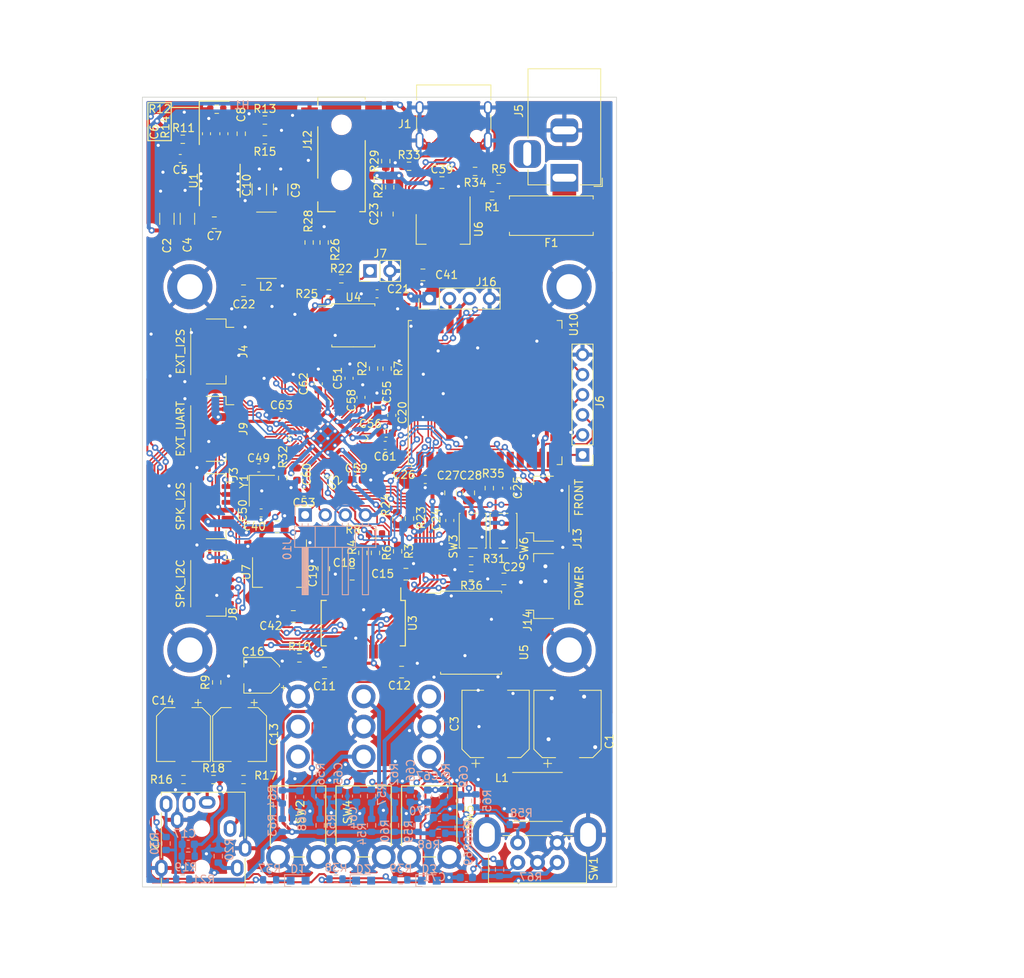
<source format=kicad_pcb>
(kicad_pcb (version 20211014) (generator pcbnew)

  (general
    (thickness 1.6)
  )

  (paper "A4")
  (layers
    (0 "F.Cu" signal)
    (31 "B.Cu" signal)
    (32 "B.Adhes" user "B.Adhesive")
    (33 "F.Adhes" user "F.Adhesive")
    (34 "B.Paste" user)
    (35 "F.Paste" user)
    (36 "B.SilkS" user "B.Silkscreen")
    (37 "F.SilkS" user "F.Silkscreen")
    (38 "B.Mask" user)
    (39 "F.Mask" user)
    (40 "Dwgs.User" user "User.Drawings")
    (41 "Cmts.User" user "User.Comments")
    (42 "Eco1.User" user "User.Eco1")
    (43 "Eco2.User" user "User.Eco2")
    (44 "Edge.Cuts" user)
    (45 "Margin" user)
    (46 "B.CrtYd" user "B.Courtyard")
    (47 "F.CrtYd" user "F.Courtyard")
    (48 "B.Fab" user)
    (49 "F.Fab" user)
  )

  (setup
    (stackup
      (layer "F.SilkS" (type "Top Silk Screen"))
      (layer "F.Paste" (type "Top Solder Paste"))
      (layer "F.Mask" (type "Top Solder Mask") (color "Green") (thickness 0.01))
      (layer "F.Cu" (type "copper") (thickness 0.035))
      (layer "dielectric 1" (type "core") (thickness 1.51) (material "FR4") (epsilon_r 4.5) (loss_tangent 0.02))
      (layer "B.Cu" (type "copper") (thickness 0.035))
      (layer "B.Mask" (type "Bottom Solder Mask") (color "Green") (thickness 0.01))
      (layer "B.Paste" (type "Bottom Solder Paste"))
      (layer "B.SilkS" (type "Bottom Silk Screen"))
      (copper_finish "None")
      (dielectric_constraints no)
    )
    (pad_to_mask_clearance 0)
    (pcbplotparams
      (layerselection 0x00010fc_ffffffff)
      (disableapertmacros false)
      (usegerberextensions false)
      (usegerberattributes true)
      (usegerberadvancedattributes true)
      (creategerberjobfile true)
      (svguseinch false)
      (svgprecision 6)
      (excludeedgelayer true)
      (plotframeref false)
      (viasonmask false)
      (mode 1)
      (useauxorigin false)
      (hpglpennumber 1)
      (hpglpenspeed 20)
      (hpglpendiameter 15.000000)
      (dxfpolygonmode true)
      (dxfimperialunits true)
      (dxfusepcbnewfont true)
      (psnegative false)
      (psa4output false)
      (plotreference true)
      (plotvalue true)
      (plotinvisibletext false)
      (sketchpadsonfab false)
      (subtractmaskfromsilk false)
      (outputformat 1)
      (mirror false)
      (drillshape 1)
      (scaleselection 1)
      (outputdirectory "")
    )
  )

  (net 0 "")
  (net 1 "/Power Supply/19V_ANALOG")
  (net 2 "/Processor/~{RST}")
  (net 3 "/Processor/SWCLK")
  (net 4 "/Front/MIC2")
  (net 5 "/Front/MIC1")
  (net 6 "+5V")
  (net 7 "/Processor/SWDIO")
  (net 8 "/Front/BT2")
  (net 9 "/Front/BT1")
  (net 10 "GND")
  (net 11 "Net-(R58-Pad2)")
  (net 12 "Net-(R59-Pad2)")
  (net 13 "/Front/PWR")
  (net 14 "Net-(C1-Pad1)")
  (net 15 "/Front/ENC_SW")
  (net 16 "Net-(C5-Pad1)")
  (net 17 "Net-(C6-Pad1)")
  (net 18 "Net-(C7-Pad1)")
  (net 19 "Net-(C7-Pad2)")
  (net 20 "Net-(C8-Pad1)")
  (net 21 "+3.3VA")
  (net 22 "Net-(F1-Pad2)")
  (net 23 "/Front/ENC_A")
  (net 24 "/Front/ENC_B")
  (net 25 "Net-(R11-Pad1)")
  (net 26 "Net-(R13-Pad1)")
  (net 27 "+3V3")
  (net 28 "Net-(C22-Pad1)")
  (net 29 "Net-(C50-Pad2)")
  (net 30 "Net-(R52-Pad2)")
  (net 31 "Net-(R54-Pad2)")
  (net 32 "Net-(C23-Pad1)")
  (net 33 "Net-(R60-Pad2)")
  (net 34 "Net-(R63-Pad2)")
  (net 35 "Net-(R66-Pad2)")
  (net 36 "Net-(R67-Pad2)")
  (net 37 "/Headphone Amplifier/HP_DETECT")
  (net 38 "Net-(C11-Pad1)")
  (net 39 "Net-(C13-Pad1)")
  (net 40 "Net-(C13-Pad2)")
  (net 41 "Net-(C14-Pad1)")
  (net 42 "Net-(C14-Pad2)")
  (net 43 "Net-(C16-Pad1)")
  (net 44 "Net-(C16-Pad2)")
  (net 45 "Net-(J2-PadR2)")
  (net 46 "Net-(J2-PadS)")
  (net 47 "Net-(R3-Pad2)")
  (net 48 "Net-(R4-Pad2)")
  (net 49 "Net-(R6-Pad2)")
  (net 50 "Net-(R8-Pad2)")
  (net 51 "Net-(R9-Pad2)")
  (net 52 "Net-(R10-Pad2)")
  (net 53 "+1V1")
  (net 54 "/Processor/USB_DETECT")
  (net 55 "/Processor/USB_DM")
  (net 56 "/Processor/USB_DP")
  (net 57 "Net-(U2-Pad51)")
  (net 58 "Net-(U2-Pad53)")
  (net 59 "Net-(U2-Pad54)")
  (net 60 "Net-(U2-Pad55)")
  (net 61 "Net-(J7-Pad1)")
  (net 62 "Net-(C49-Pad2)")
  (net 63 "Net-(U2-Pad52)")
  (net 64 "Net-(C22-Pad2)")
  (net 65 "Net-(C23-Pad2)")
  (net 66 "Net-(J12-PadR)")
  (net 67 "Net-(J12-PadT)")
  (net 68 "Net-(R22-Pad2)")
  (net 69 "Net-(J1-PadA4)")
  (net 70 "Net-(J1-PadA6)")
  (net 71 "Net-(J1-PadA7)")
  (net 72 "Net-(J1-PadA5)")
  (net 73 "Net-(J1-PadB5)")
  (net 74 "Net-(R32-Pad2)")
  (net 75 "unconnected-(J1-PadA8)")
  (net 76 "unconnected-(J1-PadB8)")
  (net 77 "unconnected-(J3-Pad3)")
  (net 78 "unconnected-(J5-Pad3)")
  (net 79 "unconnected-(J12-PadRN)")
  (net 80 "unconnected-(J12-PadTN)")
  (net 81 "/Processor/FRONT_SCL")
  (net 82 "/Processor/FRONT_SDA")
  (net 83 "/Processor/IR")
  (net 84 "/Headphone Amplifier/SDO")
  (net 85 "unconnected-(SW2-Pad1)")
  (net 86 "unconnected-(U3-Pad2)")
  (net 87 "/Headphone Amplifier/SDI")
  (net 88 "unconnected-(U3-Pad19)")
  (net 89 "unconnected-(U3-Pad20)")
  (net 90 "unconnected-(U3-Pad26)")
  (net 91 "unconnected-(U10-Pad4)")
  (net 92 "unconnected-(U10-Pad5)")
  (net 93 "unconnected-(U10-Pad6)")
  (net 94 "unconnected-(U10-Pad7)")
  (net 95 "unconnected-(U10-Pad8)")
  (net 96 "unconnected-(U10-Pad9)")
  (net 97 "unconnected-(U10-Pad10)")
  (net 98 "unconnected-(U10-Pad11)")
  (net 99 "unconnected-(U10-Pad12)")
  (net 100 "unconnected-(U10-Pad17)")
  (net 101 "unconnected-(U10-Pad18)")
  (net 102 "unconnected-(U10-Pad19)")
  (net 103 "unconnected-(U10-Pad20)")
  (net 104 "unconnected-(U10-Pad21)")
  (net 105 "unconnected-(U10-Pad22)")
  (net 106 "unconnected-(U10-Pad24)")
  (net 107 "unconnected-(U10-Pad25)")
  (net 108 "unconnected-(U10-Pad26)")
  (net 109 "unconnected-(U10-Pad29)")
  (net 110 "unconnected-(U10-Pad32)")
  (net 111 "/Wireless/~{RESET}")
  (net 112 "/Wireless/TDO")
  (net 113 "/Wireless/TCK")
  (net 114 "/Wireless/TDI")
  (net 115 "/Wireless/TMS")
  (net 116 "/Wireless/DEBUG_RXD")
  (net 117 "/Wireless/DEBUG_TXD")
  (net 118 "/Processor/WIFI_I2S_SDO")
  (net 119 "/Processor/WIFI_TX")
  (net 120 "/Processor/WIFI_RX")
  (net 121 "/Processor/WIFI_I2S_SDI")
  (net 122 "/Processor/SPK_SDO")
  (net 123 "/Processor/EXT_WS")
  (net 124 "/Processor/EXT_SDO")
  (net 125 "/Processor/EXT_SDI")
  (net 126 "/Processor/EXT_CK")
  (net 127 "/Processor/~{SPK_SD}")
  (net 128 "/Processor/~{SPK_FAULT}")
  (net 129 "/Headphone Amplifier/WS")
  (net 130 "/Processor/~{EXT_IRQ}")
  (net 131 "/Headphone Amplifier/MCLK")
  (net 132 "/Headphone Amplifier/CK")
  (net 133 "/Headphone Amplifier/SCL")
  (net 134 "/Headphone Amplifier/SDA")
  (net 135 "/Processor/~{IO_IRQ}")
  (net 136 "unconnected-(U2-Pad18)")
  (net 137 "Net-(D1-Pad1)")
  (net 138 "/Front/~{PWR_LED}")
  (net 139 "Net-(D2-Pad1)")
  (net 140 "/Front/~{MIC_LED}")
  (net 141 "Net-(D3-Pad1)")
  (net 142 "/Front/~{RADIO_LED}")
  (net 143 "unconnected-(U2-Pad7)")
  (net 144 "Net-(U2-Pad11)")

  (footprint "Resistor_SMD:R_0603_1608Metric" (layer "F.Cu") (at 219.25 42.5 180))

  (footprint "Resistor_SMD:R_0603_1608Metric" (layer "F.Cu") (at 220.1 40.4 180))

  (footprint "Resistor_SMD:R_0603_1608Metric" (layer "F.Cu") (at 205.966039 64.367379 90))

  (footprint "Resistor_SMD:R_0603_1608Metric" (layer "F.Cu") (at 204.255297 64.367379 90))

  (footprint "Package_SO:Diodes_SO-8EP" (layer "F.Cu") (at 184.79 40.57 90))

  (footprint "Connector_BarrelJack:BarrelJack_Horizontal" (layer "F.Cu") (at 228.4 40.2 -90))

  (footprint "Capacitor_SMD:C_0603_1608Metric" (layer "F.Cu") (at 179.79 37.77 180))

  (footprint "Capacitor_SMD:C_0805_2012Metric" (layer "F.Cu") (at 184.1 45.9 180))

  (footprint "Resistor_SMD:R_0603_1608Metric" (layer "F.Cu") (at 180.11 35.33 180))

  (footprint "Resistor_SMD:R_0603_1608Metric" (layer "F.Cu") (at 184.41 31.53 180))

  (footprint "Resistor_SMD:R_0603_1608Metric" (layer "F.Cu") (at 190.5 32.9))

  (footprint "Resistor_SMD:R_0603_1608Metric" (layer "F.Cu") (at 187.51 34.63 90))

  (footprint "Resistor_SMD:R_0603_1608Metric" (layer "F.Cu") (at 190.5 35.4))

  (footprint "Capacitor_SMD:CP_Elec_8x10" (layer "F.Cu") (at 228.8 109.365 90))

  (footprint "Capacitor_SMD:C_1206_3216Metric" (layer "F.Cu") (at 178.1 45.4 90))

  (footprint "Capacitor_SMD:CP_Elec_8x10" (layer "F.Cu") (at 219.7 109.3575 90))

  (footprint "Capacitor_SMD:C_1206_3216Metric" (layer "F.Cu") (at 180.7 45.4 90))

  (footprint "Inductor_SMD:L_Bourns-SRN8040_8x8.15mm" (layer "F.Cu") (at 190.7 48.75 180))

  (footprint "Inductor_SMD:L_Taiyo-Yuden_NR-60xx" (layer "F.Cu") (at 225 118.6))

  (footprint "Package_TO_SOT_SMD:SOT-223-3_TabPin2" (layer "F.Cu") (at 213.06 46.71 -90))

  (footprint "Button_Switch_SMD:SW_SPST_PTS810" (layer "F.Cu") (at 216.8 84.9 -90))

  (footprint "Resistor_SMD:R_0603_1608Metric" (layer "F.Cu") (at 202.9 87.7 -90))

  (footprint "Capacitor_SMD:C_0603_1608Metric" (layer "F.Cu") (at 213.9 83.6 90))

  (footprint "Capacitor_SMD:C_0805_2012Metric" (layer "F.Cu") (at 212.91 40.81))

  (footprint "HackAmp-Footprints:Jack_3.5mm_Switchcraft_35RASMT4BHNTRX_Horizontal" (layer "F.Cu") (at 200.2 37))

  (footprint "Capacitor_SMD:CP_Elec_4x5.4" (layer "F.Cu") (at 190.1 103.2 180))

  (footprint "Resistor_SMD:R_0603_1608Metric" (layer "F.Cu") (at 184 116.4))

  (footprint "Resistor_SMD:R_0603_1608Metric" (layer "F.Cu") (at 204.5 87.7 -90))

  (footprint "Resistor_SMD:R_0603_1608Metric" (layer "F.Cu") (at 208.75 38.75))

  (footprint "Connector_JST:JST_SH_SM06B-SRSS-TB_1x06-1MP_P1.00mm_Horizontal" (layer "F.Cu") (at 226.3 91.9 90))

  (footprint "Package_SO:SOIC-8_5.23x5.23mm_P1.27mm" (layer "F.Cu") (at 201.694641 58.895481))

  (footprint "Connector_JST:JST_SH_SM06B-SRSS-TB_1x06-1MP_P1.00mm_Horizontal" (layer "F.Cu") (at 226.3 82.1 90))

  (footprint "Capacitor_SMD:C_0603_1608Metric" (layer "F.Cu") (at 201.155297 65.592379 90))

  (footprint "Capacitor_SMD:C_0603_1608Metric" (layer "F.Cu") (at 221.1 79.5 -90))

  (footprint "Connector_JST:JST_SH_SM06B-SRSS-TB_1x06-1MP_P1.00mm_Horizontal" (layer "F.Cu") (at 183.8 62.2 -90))

  (footprint "Capacitor_SMD:CP_Elec_6.3x7.7" (layer "F.Cu") (at 180.2 110.7 -90))

  (footprint "Resistor_SMD:R_0603_1608Metric" (layer "F.Cu") (at 198.594641 54.895481 180))

  (footprint "Capacitor_SMD:C_1206_3216Metric" (layer "F.Cu") (at 189.8 41.7 90))

  (footprint "Capacitor_SMD:C_0603_1608Metric" (layer "F.Cu") (at 204.755297 69.192379 90))

  (footprint "Package_SO:SSOP-28_5.3x10.2mm_P0.65mm" (layer "F.Cu") (at 202.95 96.6 -90))

  (footprint "Capacitor_SMD:CP_Elec_6.3x7.7" (layer "F.Cu") (at 187.3 110.7 -90))

  (footprint "Resistor_SMD:R_0603_1608Metric" (layer "F.Cu") (at 205.8 38.1 90))

  (footprint "HackAmp-Footprints:SW_Lever_1P2T_E-Switch_SP1T2B4M7QE" (layer "F.Cu") (at 194.7 113.5))

  (footprint "Resistor_SMD:R_0603_1608Metric" (layer "F.Cu") (at 198 48.4 90))

  (footprint "Capacitor_SMD:C_1206_3216Metric" (layer "F.Cu") (at 192.5 41.7 90))

  (footprint "Capacitor_SMD:C_0603_1608Metric" (layer "F.Cu") (at 194.555297 77.725 -90))

  (footprint "MCU_RaspberryPi_and_Boards:RP2040-QFN-56" (layer "F.Cu")
    (tedit 5EF32B43) (tstamp 60164efe-4275-48d1-ad58-9446f46427bf)
    (at 198.466039 73.192379 -45)
    (descr "QFN, 56 Pin (http://www.cypress.com/file/416486/download#page=40), generated with kicad-footprint-generator ipc_dfn_qfn_generator.py")
    (tags "QFN DFN_QFN")
    (property "Sheetfile" "processor.kicad_sch")
    (property "Sheetname" "Processor")
    (path "/00000000-0000-0000-0000-00005fa5bd7a/b6beb670-b626-4429-89e9-5ddebedb9724")
    (attr smd)
    (fp_text reference "U2" (at 4.625597 3.375487 225) (layer "F.SilkS")
      (effects (font (size 1 1) (thickness 0.15)))
      (tstamp 75822685-2581-4e84-a25b-8b20c019970c)
    )
    (fp_text value "RP2040" (at 0 -2.4 135) (layer "F.Fab")
      (effects (font (size 1 1) (thickness 0.15)))
      (tstamp 8fb54454-6056-4ddf-80ee-51a0f272b8ef)
    )
    (fp_text user "${REFERENCE}" (at 0 0 135) (layer "F.Fab")
      (effects (font (size 1 1) (thickness 0.15)))
      (tstamp a7a65334-57aa-4632-8f95-0c06fdae036d)
    )
    (fp_line (start 2.96 3.61) (end 3.61 3.61) (layer "F.SilkS") (width 0.12) (tstamp 35a2421f-527e-4433-9ba7-95fcc6e70f00))
    (fp_line (start -2.96 3.61) (end -3.61 3.61) (layer "F.SilkS") (width 0.12) (tstamp 3afa41f0-d3c9-4341-82c9-1316ea89aca3))
    (fp_line (start -2.96 -3.61) (end -3.61 -3.61) (layer "F.SilkS") (width 0.12) (tstamp 3dbad5dc-2f45-4a01-8137-04fa9ba7a264))
    (fp_line (start 3.61 -3.61) (end 3.61 -2.96) (layer "F.SilkS") (width 0.12) (tstamp 6fb69a9a-c725-4f9e-9954-62e977ec6434))
    (fp_line (start 3.61 3.61) (end 3.61 2.96) (layer "F.SilkS") (width 0.12) (tstamp a4ab3be4-4c7d-4efc-97c0-df50959a14aa))
    (fp_line (start -3.61 3.61) (end -3.61 2.96) (layer "F.SilkS") (width 0.12) (tstamp c884a9f5-f845-4103-91bc-8c5296de7874))
    (fp_line (start 2.96 -3.61) (end 3.61 -3.61) (layer "F.SilkS") (width 0.12) (tstamp da443f03-99a2-4d7a-a99f-16bbaf32c18e))
    (fp_line (start -4.12 -4.12) (end -4.12 4.12) (layer "F.CrtYd") (width 0.05) (tstamp 65938115-b6f4-46b6-9272-f14ff1c44d44))
    (fp_line (start -4.12 4.12) (end 4.12 4.12) (layer "F.CrtYd") (width 0.05) (tstamp 930122db-77b7-410e-91ed-3dec16d31bbf))
    (fp_line (start 4.12 4.12) (end 4.12 -4.12) (layer "F.CrtYd") (width 0.05) (tstamp a32ae849-08e2-4a3e-a42e-ebd2b51fc25b))
    (fp_line (start 4.12 -4.12) (end -4.12 -4.12) (layer "F.CrtYd") (width 0.05) (tstamp f4e1fda7-554d-4b21-9472-7fb82b0ce369))
    (fp_line (start -3.5 3.5) (end -3.5 -2.5) (layer "F.Fab") (width 0.1) (tstamp 328abc1b-070a-4109-977c-70cf484269ec))
    (fp_line (start 3.5 -3.5) (end 3.5 3.5) (layer "F.Fab") (width 0.1) (tstamp 8499a561-0bd3-4a61-aab4-775c0b686e53))
    (fp_line (start 3.5 3.5) (end -3.5 3.5) (layer "F.Fab") (width 0.1) (tstamp 8f232289-8515-400f-bf9f-8e60568f3cab))
    (fp_line (start -3.5 -2.5) (end -2.5 -3.5) (layer "F.Fab") (width 0.1) (tstamp e8c6745f-8c76-437c-b3dc-46760e053333))
    (fp_line (start -2.5 -3.5) (end 3.5 -3.5) (layer "F.Fab") (width 0.1) (tstamp f31c19e2-e000-46ed-9955-0a0765afae39))
    (pad "" smd roundrect locked (at -0.6375 0.6375 315) (size 1.084435 1.084435) (layers "F.Paste") (roundrect_rratio 0.230535) (tstamp 031202e0-c91f-4f5b-a641-3676006be581))
    (pad "" smd roundrect locked (at -0.6375 -0.6375 315) (size 1.084435 1.084435) (layers "F.Paste") (roundrect_rratio 0.230535) (tstamp addc1310-57da-42bb-9438-27376dc5d56f))
    (pad "" smd roundrect locked (at 0.6375 0.6375 315) (size 1.084435 1.084435) (layers "F.Paste") (roundrect_rratio 0.230535) (tstamp cfb7ed41-f264-4859-9b45-2dc9293294ff))
    (pad "" smd roundrect locked (at 0.6375 -0.6375 315) (size 1.084435 1.084435) (layers "F.Paste") (roundrect_rratio 0.230535) (tstamp f01fdf59-2469-4c57-9f35-6301d2c9d054))
    (pad "1" smd roundrect locked (at -3.4375 -2.6 315) (size 0.875 0.2) (layers "F.Cu" "F.Paste" "F.Mask") (roundrect_rratio 0.25)
      (net 27 "+3V3") (pinfunction "IOVDD") (pintype "power_in") (tstamp e8dff13e-7147-4ece-95ff-15c0bc1ac160))
    (pad "2" smd roundrect locked (at -3.4375 -2.2 315) (size 0.875 0.2) (layers "F.Cu" "F.Paste" "F.Mask") (roundrect_rratio 0.25)
      (net 54 "/Processor/USB_DETECT") (pinfunction "GPIO0") (pintype "bidirectional") (tstamp 8cec9419-6b82-46b9-ab7e-5d3a9a58a9ef))
    (pad "3" smd roundrect locked (at -3.4375 -1.8 315) (size 0.875 0.2) (layers "F.Cu" "F.Paste" "F.Mask") (roundrect_rratio 0.25)
      (net 123 "/Processor/EXT_WS") (pinfunction "GPIO1") (pintype "bidirectional") (tstamp d1a2758e-21c9-4cce-9b40-8c56a41d8477))
    (pad "4" smd roundrect locked (at -3.4375 -1.4 315) (size 0.875 0.2) (layers "F.Cu" "F.Paste" "F.Mask") (roundrect_rratio 0.25)
      (net 126 "/Processor/EXT_CK") (pinfunction "GPIO2") (pintype "bidirectional") (tstamp 9771224d-c993-4bb1-a1d3-2910ff54c6bd))
    (pad "5" smd roundrect locked (at -3.4375 -1 315) (size 0.875 0.2) (layers "F.Cu" "F.Paste" "F.Mask") (roundrect_rratio 0.25)
      (net 124 "/Processor/EXT_SDO") (pinfunction "GPIO3") (pintype "bidirectional") (tstamp fbabf06e-5209-4b70-9869-98ae43e840d9))
    (pad "6" smd roundrect locked (at -3.4375 -0.6 315) (size 0.875 0.2) (layers "F.Cu" "F.Paste" "F.Mask") (roundrect_rratio 0.25)
      (net 125 "/Processor/EXT_SDI") (pinfunction "GPIO4") (pintype "bidirectional") (tstamp db85d999-cca2-4250-bd57-8eb26f7bc0ad))
    (pad "7" smd roundrect locked (at -3.4375 -0.2 315) (size 0.875 0.2) (layers "F.Cu" "F.Paste" "F.Mask") (roundrect_rratio 0.25)
      (net 143 "unconnected-(U2-Pad7)") (pinfunction "GPIO5") (pintype "bidirectional+no_connect") (tstamp e55681ba-5eea-4390-8574-7c165f5dd9b8))
    (pad "8" smd roundrect locked (at -3.4375 0.2 315) (size 0.875 0.2) (layers "F.Cu" "F.Paste" "F.Mask") (roundrect_rratio 0.25)
      (net 138 "/Front/~{PWR_LED}") (pinfunction "GPIO6") (pintype "bidirectional") (tstamp 7a780c60-0238-4fdd-b982-0d16383bd993))
    (pad "9" smd roundrect locked (at -3.4375 0.6 315) (size 0.875 0.2) (layers "F.Cu" "F.Paste" "F.Mask") (roundrect_rratio 0.25)
      (net 142 "/Front/~{RADIO_LED}") (pinfunction "GPIO7") (pintype "bidirectional") (tstamp 2658155d-d473-4b0e-b536-2ef25bfdfe81))
    (pad "10" smd roundrect locked (at -3.4375 1 315) (size 0.875 0.2) (layers "F.Cu" "F.Paste" "F.Mask") (roundrect_rratio 0.25)
      (net 27 "+3V3") (pinfunction "IOVDD") (pintype "power_in") (tstamp 98c27c24-555b-46ad-8629-9f53fe845753))
    (pad "11" smd roundrect locked (at -3.4375 1.4 315) (size 0.875 0.2) (layers "F.Cu" "F.Paste" "F.Mask") (roundrect_rratio 0.25)
      (net 144 "Net-(U2-Pad11)") (pinfunction "GPIO8") (pintype "bidirectional") (tstamp a33c906a-dce0-4d4c-89c9-3ae4b6939b44))
    (pad "12" smd roundrect locked (at -3.4375 1.8 315) (size 0.875 0.2) (layers "F.Cu" "F.Paste" "F.Mask") (roundrect_rratio 0.25)
      (net 130 "/Processor/~{EXT_IRQ}") (pinfunction "GPIO9") (pintype "bidirectional") (tstamp 2dc498b9-03f0-424e-b397-d6e97509f98d))
    (pad "13" smd roundrect locked (at -3.4375 2.2 315) (size 0.875 0.2) (layers "F.Cu" "F.Paste" "F.Mask") (roundrect_rratio 0.25)
      (net 122 "/Processor/SPK_SDO") (pinfunction "GPIO10") (pintype "bidirectional") (tstamp 3a5279bf-6e2d-4e8b-974e-e12d7cee61e5))
    (pad "14" smd roundrect locked (at -3.4375 2.6 315) (size 0.875 0.2) (layers "F.Cu" "F.Paste" "F.Mask") (roundrect_rratio 0.25)
      (net 129 "/Headphone Amplifier/WS") (pinfunction "GPIO11") (pintype "bidirectional") (tstamp b4973a33-3cf5-40f8-81bf-36d1cef6e88b))
    (pad "15" smd roundrect locked (at -2.6 3.4375 315) (size 0.2 0.875) (layers "F.Cu" "F.Paste" "F.Mask") (roundrect_rratio 0.25)
      (net 132 "/Headphone Amplifier/CK") (pinfunction "GPIO12") (pintype "bidirectional") (tstamp 727d7dc0-eeb1-4dea-b2b7-f1f20edfd07f))
    (pad "16" smd roundrect locked (at -2.2 3.4375 315) (size 0.2 0.875) (layers "F.Cu" "F.Paste" "F.Mask") (roundrect_rratio 0.25)
      (net 127 "/Processor/~{SPK_SD}") (pinfunction "GPIO13") (pintype "bidirectional") (tstamp 30920015-88b9-4f54-ac54-4c8227d0ee0a))
    (pad "17" s
... [1726131 chars truncated]
</source>
